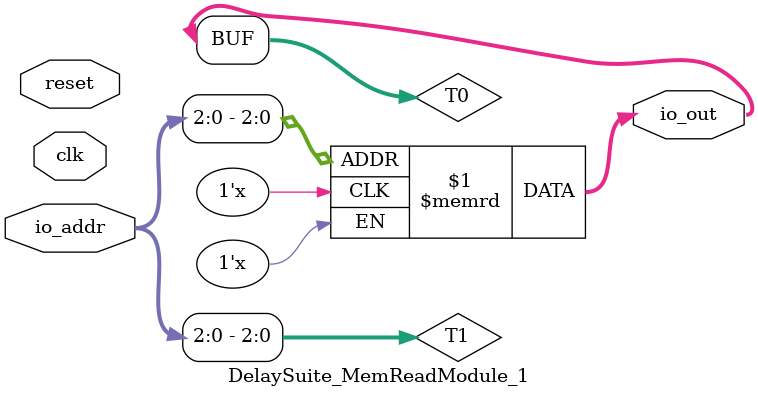
<source format=v>
module DelaySuite_MemReadModule_1(input clk, input reset,
    input [31:0] io_addr,
    output[31:0] io_out
);

  wire[31:0] T0;
  reg [31:0] mem [7:0];
  wire[2:0] T1;

`ifndef SYNTHESIS
// synthesis translate_off
  integer initvar;
  initial begin
    #0.002;
    for (initvar = 0; initvar < 8; initvar = initvar+1)
      mem[initvar] = {1{$random}};
  end
// synthesis translate_on
`endif

  assign io_out = T0;
  assign T0 = mem[T1];
  assign T1 = io_addr[2'h2:1'h0];
endmodule


</source>
